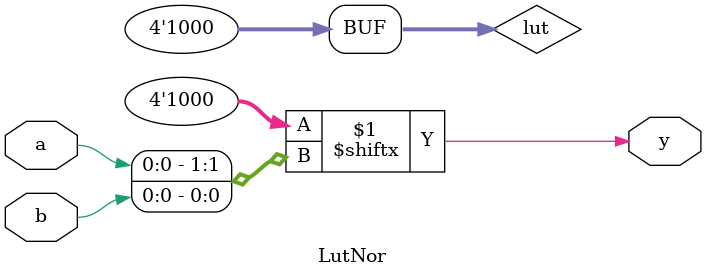
<source format=sv>
module LutNor(input a, b, output y);
    reg [3:0] lut = 4'b1000; // 4种可能值的LUT
    assign y = lut[{a,b}];
endmodule
</source>
